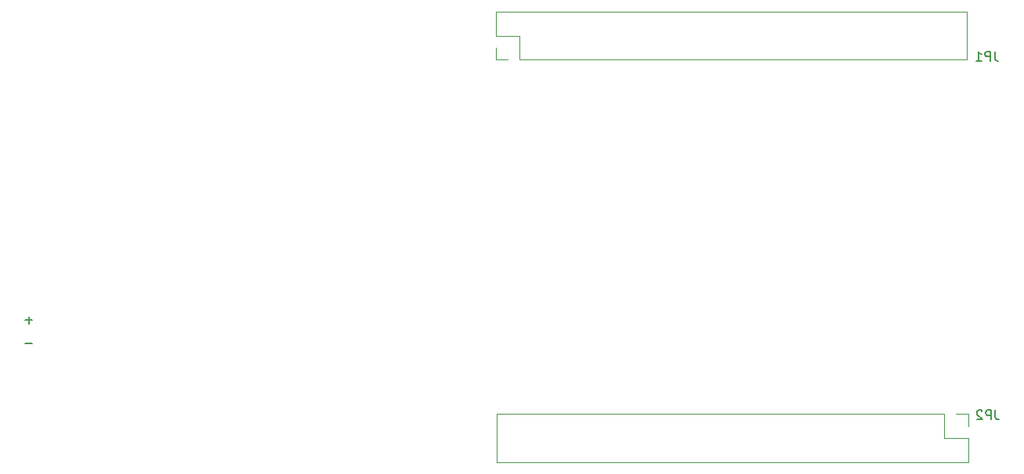
<source format=gbo>
G04 #@! TF.GenerationSoftware,KiCad,Pcbnew,(5.1.4-0-10_14)*
G04 #@! TF.CreationDate,2019-12-13T09:04:00-05:00*
G04 #@! TF.ProjectId,Robot,526f626f-742e-46b6-9963-61645f706362,rev?*
G04 #@! TF.SameCoordinates,Original*
G04 #@! TF.FileFunction,Legend,Bot*
G04 #@! TF.FilePolarity,Positive*
%FSLAX46Y46*%
G04 Gerber Fmt 4.6, Leading zero omitted, Abs format (unit mm)*
G04 Created by KiCad (PCBNEW (5.1.4-0-10_14)) date 2019-12-13 09:04:00*
%MOMM*%
%LPD*%
G04 APERTURE LIST*
%ADD10C,0.120000*%
%ADD11C,0.150000*%
G04 APERTURE END LIST*
D10*
X65730000Y-44870000D02*
X65730000Y-43540000D01*
X65730000Y-43540000D02*
X64400000Y-43540000D01*
X65730000Y-46140000D02*
X63130000Y-46140000D01*
X63130000Y-46140000D02*
X63130000Y-43540000D01*
X63130000Y-43540000D02*
X14810000Y-43540000D01*
X14810000Y-48740000D02*
X14810000Y-43540000D01*
X65730000Y-48740000D02*
X14810000Y-48740000D01*
X65730000Y-48740000D02*
X65730000Y-46140000D01*
X14670000Y-3840000D02*
X14670000Y-5170000D01*
X14670000Y-5170000D02*
X16000000Y-5170000D01*
X14670000Y-2570000D02*
X17270000Y-2570000D01*
X17270000Y-2570000D02*
X17270000Y-5170000D01*
X17270000Y-5170000D02*
X65590000Y-5170000D01*
X65590000Y30000D02*
X65590000Y-5170000D01*
X14670000Y30000D02*
X65590000Y30000D01*
X14670000Y30000D02*
X14670000Y-2570000D01*
D11*
X-35434047Y-35911428D02*
X-36195952Y-35911428D01*
X-35434047Y-33371428D02*
X-36195952Y-33371428D01*
X-35815000Y-33752380D02*
X-35815000Y-32990476D01*
X68648333Y-43122380D02*
X68648333Y-43836666D01*
X68695952Y-43979523D01*
X68791190Y-44074761D01*
X68934047Y-44122380D01*
X69029285Y-44122380D01*
X68172142Y-44122380D02*
X68172142Y-43122380D01*
X67791190Y-43122380D01*
X67695952Y-43170000D01*
X67648333Y-43217619D01*
X67600714Y-43312857D01*
X67600714Y-43455714D01*
X67648333Y-43550952D01*
X67695952Y-43598571D01*
X67791190Y-43646190D01*
X68172142Y-43646190D01*
X67219761Y-43217619D02*
X67172142Y-43170000D01*
X67076904Y-43122380D01*
X66838809Y-43122380D01*
X66743571Y-43170000D01*
X66695952Y-43217619D01*
X66648333Y-43312857D01*
X66648333Y-43408095D01*
X66695952Y-43550952D01*
X67267380Y-44122380D01*
X66648333Y-44122380D01*
X68583333Y-4307380D02*
X68583333Y-5021666D01*
X68630952Y-5164523D01*
X68726190Y-5259761D01*
X68869047Y-5307380D01*
X68964285Y-5307380D01*
X68107142Y-5307380D02*
X68107142Y-4307380D01*
X67726190Y-4307380D01*
X67630952Y-4355000D01*
X67583333Y-4402619D01*
X67535714Y-4497857D01*
X67535714Y-4640714D01*
X67583333Y-4735952D01*
X67630952Y-4783571D01*
X67726190Y-4831190D01*
X68107142Y-4831190D01*
X66583333Y-5307380D02*
X67154761Y-5307380D01*
X66869047Y-5307380D02*
X66869047Y-4307380D01*
X66964285Y-4450238D01*
X67059523Y-4545476D01*
X67154761Y-4593095D01*
M02*

</source>
